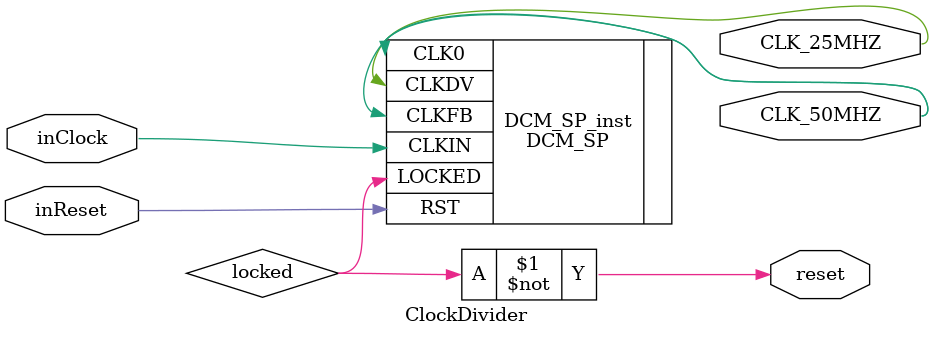
<source format=v>
`timescale 1ns / 1ps
module ClockDivider(
	input inReset,
	input inClock,
	output reset,
	output CLK_50MHZ,
	output CLK_25MHZ
    );
	 
	wire locked;
	assign reset = ~locked;
	
	DCM_SP #(
      .CLKDV_DIVIDE(2.0), // Divide by: 1.5,2.0,2.5,3.0,3.5,4.0,4.5,5.0,5.5,6.0,6.5
                          //   7.0,7.5,8.0,9.0,10.0,11.0,12.0,13.0,14.0,15.0 or 16.0
      //.CLKFX_DIVIDE(1),   // Can be any integer from 1 to 32
      //.CLKFX_MULTIPLY(4), // Can be any integer from 2 to 32
      .CLKIN_DIVIDE_BY_2("FALSE"), // TRUE/FALSE to enable CLKIN divide by two feature
      //.CLKIN_PERIOD(0.0),  // Specify period of input clock
      .CLKOUT_PHASE_SHIFT("NONE"), // Specify phase shift of NONE, FIXED or VARIABLE
      .CLK_FEEDBACK("1X"),  // Specify clock feedback of NONE, 1X or 2X
      .DESKEW_ADJUST("SYSTEM_SYNCHRONOUS"), // SOURCE_SYNCHRONOUS, SYSTEM_SYNCHRONOUS or
                                            //   an integer from 0 to 15
      .DLL_FREQUENCY_MODE("LOW"),  // HIGH or LOW frequency mode for DLL
      .DUTY_CYCLE_CORRECTION("TRUE"), // Duty cycle correction, TRUE or FALSE
      .PHASE_SHIFT(0),     // Amount of fixed phase shift from -255 to 255
      .STARTUP_WAIT("TRUE")   // Delay configuration DONE until DCM LOCK, TRUE/FALSE
   ) DCM_SP_inst (
		.CLK0(CLK_50MHZ),
      .CLKDV(CLK_25MHZ),   // Divided DCM CLK out (CLKDV_DIVIDE)
		.CLKFB(CLK_50MHZ),
      .CLKIN(inClock),   // Clock input (from IBUFG, BUFG or DCM)
      .RST(inReset),       // DCM asynchronous reset input
      .LOCKED(locked) // DCM LOCK status output
   );

endmodule

</source>
